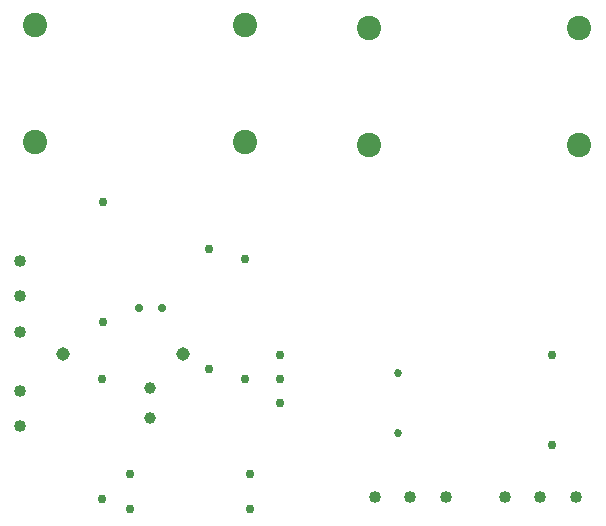
<source format=gbr>
G04 PROTEUS GERBER X2 FILE*
%TF.GenerationSoftware,Labcenter,Proteus,8.17-SP2-Build37159*%
%TF.CreationDate,2025-08-15T22:28:22+00:00*%
%TF.FileFunction,Plated,0,2,PTH*%
%TF.FilePolarity,Positive*%
%TF.Part,Single*%
%TF.SameCoordinates,{0e15ee55-a332-4318-b2cf-7b0c010742ed}*%
%FSLAX45Y45*%
%MOMM*%
G01*
%TA.AperFunction,ComponentDrill*%
%ADD55C,0.762000*%
%ADD56C,0.990600*%
%ADD57C,0.736600*%
%ADD58C,0.685800*%
%TA.AperFunction,ComponentDrill*%
%ADD59C,2.057400*%
%TA.AperFunction,ComponentDrill*%
%ADD60C,1.016000*%
%TA.AperFunction,ComponentDrill*%
%ADD61C,1.143000*%
%TD.AperFunction*%
D55*
X+1090500Y+1500000D03*
X+1090500Y+484000D03*
X+2000000Y+2600000D03*
X+2000000Y+1584000D03*
X+2300000Y+1500000D03*
X+2300000Y+2516000D03*
X+2600000Y+1703200D03*
X+2600000Y+1500000D03*
X+2600000Y+1296800D03*
X+2343000Y+400000D03*
X+1327000Y+400000D03*
X+2343000Y+700000D03*
X+1327000Y+700000D03*
D56*
X+1500000Y+1173000D03*
X+1500000Y+1427000D03*
D57*
X+1600000Y+2100000D03*
X+1400000Y+2100000D03*
D58*
X+3600000Y+1046000D03*
X+3600000Y+1554000D03*
D59*
X+5131000Y+4475000D03*
X+5131000Y+3484000D03*
X+3353000Y+4475000D03*
X+3353000Y+3484000D03*
X+522000Y+3509000D03*
X+522000Y+4500000D03*
X+2300000Y+3509000D03*
X+2300000Y+4500000D03*
D60*
X+3400000Y+500000D03*
X+3700000Y+500000D03*
X+4000000Y+500000D03*
X+4500000Y+500000D03*
X+4800000Y+500000D03*
X+5100000Y+500000D03*
D55*
X+4900000Y+938000D03*
X+4900000Y+1700000D03*
X+1100000Y+3000000D03*
X+1100000Y+1984000D03*
D60*
X+400000Y+1400000D03*
X+400000Y+1100000D03*
X+400000Y+2500000D03*
X+400000Y+2200000D03*
X+400000Y+1900000D03*
D61*
X+1778000Y+1714500D03*
X+762000Y+1714500D03*
M02*

</source>
